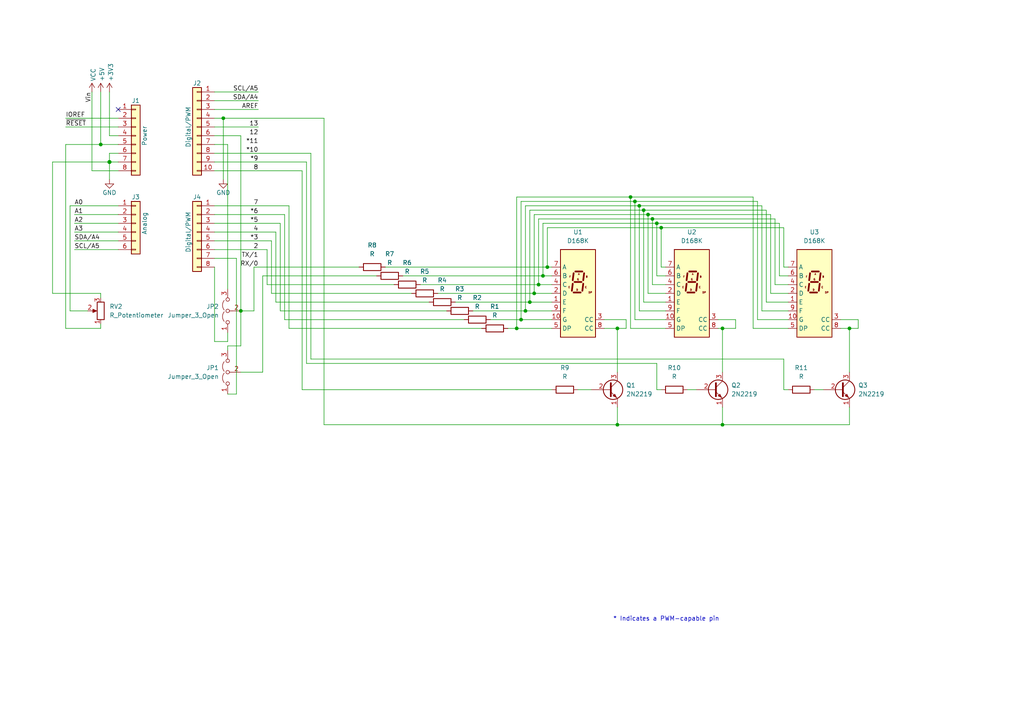
<source format=kicad_sch>
(kicad_sch (version 20231120) (generator "eeschema") (generator_version "8.0")
  (paper "A4")
  (title_block (date "mar. 31 mars 2015"))
  (lib_symbols
    (symbol "Connector_Generic:Conn_01x06" (pin_names (offset 1.016) hide)
      (property "Reference" "J" (at 0 7.62 0))
      (property "Value" "Conn_01x06" (at 0 -10.16 0))
      (symbol "Conn_01x06_1_1"
        (rectangle (start -1.27 -7.493) (end 0 -7.747) (stroke (width 0.1524)))
        (rectangle (start -1.27 -4.953) (end 0 -5.207) (stroke (width 0.1524)))
        (rectangle (start -1.27 -2.413) (end 0 -2.667) (stroke (width 0.1524)))
        (rectangle (start -1.27 0.127) (end 0 -0.127) (stroke (width 0.1524)))
        (rectangle (start -1.27 2.667) (end 0 2.413) (stroke (width 0.1524)))
        (rectangle (start -1.27 5.207) (end 0 4.953) (stroke (width 0.1524)))
        (rectangle (start -1.27 6.35) (end 1.27 -8.89) (stroke (width 0.254)) (fill (type background)))
        (pin passive line (at -5.08 5.08 0) (length 3.81) (name "Pin_1") (number "1"))
        (pin passive line (at -5.08 2.54 0) (length 3.81) (name "Pin_2") (number "2"))
        (pin passive line (at -5.08 0 0) (length 3.81) (name "Pin_3") (number "3"))
        (pin passive line (at -5.08 -2.54 0) (length 3.81) (name "Pin_4") (number "4"))
        (pin passive line (at -5.08 -5.08 0) (length 3.81) (name "Pin_5") (number "5"))
        (pin passive line (at -5.08 -7.62 0) (length 3.81) (name "Pin_6") (number "6"))
      )
    )
    (symbol "Connector_Generic:Conn_01x08" (pin_names (offset 1.016) hide)
      (property "Reference" "J" (at 0 10.16 0))
      (property "Value" "Conn_01x08" (at 0 -12.7 0))
      (symbol "Conn_01x08_1_1"
        (rectangle (start -1.27 -10.033) (end 0 -10.287) (stroke (width 0.1524)))
        (rectangle (start -1.27 -7.493) (end 0 -7.747) (stroke (width 0.1524)))
        (rectangle (start -1.27 -4.953) (end 0 -5.207) (stroke (width 0.1524)))
        (rectangle (start -1.27 -2.413) (end 0 -2.667) (stroke (width 0.1524)))
        (rectangle (start -1.27 0.127) (end 0 -0.127) (stroke (width 0.1524)))
        (rectangle (start -1.27 2.667) (end 0 2.413) (stroke (width 0.1524)))
        (rectangle (start -1.27 5.207) (end 0 4.953) (stroke (width 0.1524)))
        (rectangle (start -1.27 7.747) (end 0 7.493) (stroke (width 0.1524)))
        (rectangle (start -1.27 8.89) (end 1.27 -11.43) (stroke (width 0.254)) (fill (type background)))
        (pin passive line (at -5.08 7.62 0) (length 3.81) (name "Pin_1") (number "1"))
        (pin passive line (at -5.08 5.08 0) (length 3.81) (name "Pin_2") (number "2"))
        (pin passive line (at -5.08 2.54 0) (length 3.81) (name "Pin_3") (number "3"))
        (pin passive line (at -5.08 0 0) (length 3.81) (name "Pin_4") (number "4"))
        (pin passive line (at -5.08 -2.54 0) (length 3.81) (name "Pin_5") (number "5"))
        (pin passive line (at -5.08 -5.08 0) (length 3.81) (name "Pin_6") (number "6"))
        (pin passive line (at -5.08 -7.62 0) (length 3.81) (name "Pin_7") (number "7"))
        (pin passive line (at -5.08 -10.16 0) (length 3.81) (name "Pin_8") (number "8"))
      )
    )
    (symbol "Connector_Generic:Conn_01x10" (pin_names (offset 1.016) hide)
      (property "Reference" "J" (at 0 12.7 0))
      (property "Value" "Conn_01x10" (at 0 -15.24 0))
      (symbol "Conn_01x10_1_1"
        (rectangle (start -1.27 -12.573) (end 0 -12.827) (stroke (width 0.1524)))
        (rectangle (start -1.27 -10.033) (end 0 -10.287) (stroke (width 0.1524)))
        (rectangle (start -1.27 -7.493) (end 0 -7.747) (stroke (width 0.1524)))
        (rectangle (start -1.27 -4.953) (end 0 -5.207) (stroke (width 0.1524)))
        (rectangle (start -1.27 -2.413) (end 0 -2.667) (stroke (width 0.1524)))
        (rectangle (start -1.27 0.127) (end 0 -0.127) (stroke (width 0.1524)))
        (rectangle (start -1.27 2.667) (end 0 2.413) (stroke (width 0.1524)))
        (rectangle (start -1.27 5.207) (end 0 4.953) (stroke (width 0.1524)))
        (rectangle (start -1.27 7.747) (end 0 7.493) (stroke (width 0.1524)))
        (rectangle (start -1.27 10.287) (end 0 10.033) (stroke (width 0.1524)))
        (rectangle (start -1.27 11.43) (end 1.27 -13.97) (stroke (width 0.254)) (fill (type background)))
        (pin passive line (at -5.08 10.16 0) (length 3.81) (name "Pin_1") (number "1"))
        (pin passive line (at -5.08 -12.7 0) (length 3.81) (name "Pin_10") (number "10"))
        (pin passive line (at -5.08 7.62 0) (length 3.81) (name "Pin_2") (number "2"))
        (pin passive line (at -5.08 5.08 0) (length 3.81) (name "Pin_3") (number "3"))
        (pin passive line (at -5.08 2.54 0) (length 3.81) (name "Pin_4") (number "4"))
        (pin passive line (at -5.08 0 0) (length 3.81) (name "Pin_5") (number "5"))
        (pin passive line (at -5.08 -2.54 0) (length 3.81) (name "Pin_6") (number "6"))
        (pin passive line (at -5.08 -5.08 0) (length 3.81) (name "Pin_7") (number "7"))
        (pin passive line (at -5.08 -7.62 0) (length 3.81) (name "Pin_8") (number "8"))
        (pin passive line (at -5.08 -10.16 0) (length 3.81) (name "Pin_9") (number "9"))
      )
    )
    (symbol "Device:R" (pin_numbers hide) (pin_names (offset 0))
      (property "Reference" "R" (at 2.032 0 90))
      (property "Value" "R" (at 0 0 90))
      (symbol "R_0_1"
        (rectangle (start -1.016 -2.54) (end 1.016 2.54) (stroke (width 0.254)))
      )
      (symbol "R_1_1"
        (pin passive line (at 0 3.81 270) (length 1.27) (name "~") (number "1"))
        (pin passive line (at 0 -3.81 90) (length 1.27) (name "~") (number "2"))
      )
    )
    (symbol "Device:R_Potentiometer" (pin_names (offset 1.016) hide)
      (property "Reference" "RV" (at -4.445 0 90))
      (property "Value" "R_Potentiometer" (at -2.54 0 90))
      (symbol "R_Potentiometer_0_1"
        (polyline (pts (xy 2.54 0) (xy 1.524 0)))
        (polyline (pts (xy 1.143 0) (xy 2.286 0.508) (xy 2.286 -0.508) (xy 1.143 0)) (fill (type outline)))
        (rectangle (start 1.016 2.54) (end -1.016 -2.54) (stroke (width 0.254)))
      )
      (symbol "R_Potentiometer_1_1"
        (pin passive line (at 0 3.81 270) (length 1.27) (name "1") (number "1"))
        (pin passive line (at 3.81 0 180) (length 1.27) (name "2") (number "2"))
        (pin passive line (at 0 -3.81 90) (length 1.27) (name "3") (number "3"))
      )
    )
    (symbol "Display_Character:D168K"
      (property "Reference" "U" (at -2.54 13.97 0))
      (property "Value" "D168K" (at 1.27 13.97 0))
      (symbol "D168K_0_0"
        (text "A" (at 0.254 5.588 0) (effects (font (size 0.508 0.508))))
        (text "B" (at 2.54 4.826 0) (effects (font (size 0.508 0.508))))
        (text "C" (at 2.286 1.778 0) (effects (font (size 0.508 0.508))))
        (text "D" (at -0.254 1.016 0) (effects (font (size 0.508 0.508))))
        (text "DP" (at 3.556 0.254 0) (effects (font (size 0.508 0.508))))
        (text "E" (at -2.54 1.778 0) (effects (font (size 0.508 0.508))))
        (text "F" (at -2.286 4.826 0) (effects (font (size 0.508 0.508))))
        (text "G" (at 0 4.064 0) (effects (font (size 0.508 0.508))))
      )
      (symbol "D168K_0_1"
        (rectangle (start -5.08 12.7) (end 5.08 -12.7) (stroke (width 0.254)) (fill (type background)))
        (polyline (pts (xy -1.524 2.794) (xy -1.778 0.762)) (stroke (width 0.508)))
        (polyline (pts (xy -1.27 0.254) (xy 0.762 0.254)) (stroke (width 0.508)))
        (polyline (pts (xy -1.27 5.842) (xy -1.524 3.81)) (stroke (width 0.508)))
        (polyline (pts (xy -1.016 3.302) (xy 1.016 3.302)) (stroke (width 0.508)))
        (polyline (pts (xy -0.762 6.35) (xy 1.27 6.35)) (stroke (width 0.508)))
        (polyline (pts (xy 1.524 2.794) (xy 1.27 0.762)) (stroke (width 0.508)))
        (polyline (pts (xy 1.778 5.842) (xy 1.524 3.81)) (stroke (width 0.508)))
        (polyline (pts (xy 2.54 0.254) (xy 2.54 0.254)) (stroke (width 0.508)))
      )
      (symbol "D168K_1_1"
        (pin input line (at -7.62 -2.54 0) (length 2.54) (name "E") (number "1"))
        (pin input line (at -7.62 -7.62 0) (length 2.54) (name "G") (number "10"))
        (pin input line (at -7.62 0 0) (length 2.54) (name "D") (number "2"))
        (pin input line (at 7.62 -7.62 180) (length 2.54) (name "CC") (number "3"))
        (pin input line (at -7.62 2.54 0) (length 2.54) (name "C") (number "4"))
        (pin input line (at -7.62 -10.16 0) (length 2.54) (name "DP") (number "5"))
        (pin input line (at -7.62 5.08 0) (length 2.54) (name "B") (number "6"))
        (pin input line (at -7.62 7.62 0) (length 2.54) (name "A") (number "7"))
        (pin input line (at 7.62 -10.16 180) (length 2.54) (name "CC") (number "8"))
        (pin input line (at -7.62 -5.08 0) (length 2.54) (name "F") (number "9"))
      )
    )
    (symbol "Jumper:Jumper_3_Open" (pin_names (offset 0) hide) (exclude_from_sim yes) (in_bom no)
      (property "Reference" "JP" (at -2.54 -2.54 0))
      (property "Value" "Jumper_3_Open" (at 0 2.794 0))
      (symbol "Jumper_3_Open_0_0"
        (circle (center -3.302 0) (radius 0.508))
        (circle (center 0 0) (radius 0.508))
        (circle (center 3.302 0) (radius 0.508))
      )
      (symbol "Jumper_3_Open_0_1"
        (arc (start -0.254 1.016) (mid -1.651 1.4992) (end -3.048 1.016))
        (polyline (pts (xy 0 -0.508) (xy 0 -1.27)))
        (arc (start 3.048 1.016) (mid 1.651 1.4992) (end 0.254 1.016))
      )
      (symbol "Jumper_3_Open_1_1"
        (pin passive line (at -6.35 0 0) (length 2.54) (name "A") (number "1"))
        (pin passive line (at 0 -3.81 90) (length 2.54) (name "C") (number "2"))
        (pin passive line (at 6.35 0 180) (length 2.54) (name "B") (number "3"))
      )
    )
    (symbol "Transistor_BJT:2N2219" (pin_names (offset 0) hide)
      (property "Reference" "Q" (at 5.08 1.905 0))
      (property "Value" "2N2219" (at 5.08 0 0))
      (symbol "2N2219_0_1"
        (polyline (pts (xy 0.635 0.635) (xy 2.54 2.54)))
        (polyline (pts (xy 0.635 -0.635) (xy 2.54 -2.54) (xy 2.54 -2.54)))
        (polyline (pts (xy 0.635 1.905) (xy 0.635 -1.905) (xy 0.635 -1.905)) (stroke (width 0.508)))
        (polyline (pts (xy 1.27 -1.778) (xy 1.778 -1.27) (xy 2.286 -2.286) (xy 1.27 -1.778) (xy 1.27 -1.778)) (fill (type outline)))
        (circle (center 1.27 0) (radius 2.8194) (stroke (width 0.254)))
      )
      (symbol "2N2219_1_1"
        (pin passive line (at 2.54 -5.08 90) (length 2.54) (name "E") (number "1"))
        (pin passive line (at -5.08 0 0) (length 5.715) (name "B") (number "2"))
        (pin passive line (at 2.54 5.08 270) (length 2.54) (name "C") (number "3"))
      )
    )
    (symbol "power:+3V3" (power) (pin_names (offset 0))
      (property "Value" "+3V3" (at 0 3.556 0))
      (symbol "+3V3_0_1"
        (polyline (pts (xy -0.762 1.27) (xy 0 2.54)))
        (polyline (pts (xy 0 0) (xy 0 2.54)))
        (polyline (pts (xy 0 2.54) (xy 0.762 1.27)))
      )
      (symbol "+3V3_1_1"
        (pin power_in line (at 0 0 90) (length 0) hide (name "+3V3") (number "1"))
      )
    )
    (symbol "power:+5V" (power) (pin_names (offset 0))
      (property "Value" "+5V" (at 0 3.556 0))
      (symbol "+5V_0_1"
        (polyline (pts (xy -0.762 1.27) (xy 0 2.54)))
        (polyline (pts (xy 0 0) (xy 0 2.54)))
        (polyline (pts (xy 0 2.54) (xy 0.762 1.27)))
      )
      (symbol "+5V_1_1"
        (pin power_in line (at 0 0 90) (length 0) hide (name "+5V") (number "1"))
      )
    )
    (symbol "power:GND" (power) (pin_names (offset 0))
      (property "Value" "GND" (at 0 -3.81 0))
      (symbol "GND_0_1"
        (polyline (pts (xy 0 0) (xy 0 -1.27) (xy 1.27 -1.27) (xy 0 -2.54) (xy -1.27 -1.27) (xy 0 -1.27)))
      )
      (symbol "GND_1_1"
        (pin power_in line (at 0 0 270) (length 0) hide (name "GND") (number "1"))
      )
    )
    (symbol "power:VCC" (power) (pin_names (offset 0))
      (property "Value" "VCC" (at 0 3.81 0))
      (symbol "VCC_0_1"
        (polyline (pts (xy -0.762 1.27) (xy 0 2.54)))
        (polyline (pts (xy 0 0) (xy 0 2.54)))
        (polyline (pts (xy 0 2.54) (xy 0.762 1.27)))
      )
      (symbol "VCC_1_1"
        (pin power_in line (at 0 0 90) (length 0) hide (name "VCC") (number "1"))
      )
    )
  )
  (junction (at 64.77 34.29))
  (junction (at 209.55 95.25))
  (junction (at 31.75 46.99) (diameter 1.016))
  (junction (at 151.13 92.71))
  (junction (at 149.86 95.25))
  (junction (at 29.21 41.91))
  (junction (at 189.23 63.5))
  (junction (at 209.55 123.19))
  (junction (at 152.4 90.17))
  (junction (at 186.69 60.96))
  (junction (at 185.42 59.69))
  (junction (at 190.5 64.77))
  (junction (at 184.15 58.42))
  (junction (at 157.48 80.01))
  (junction (at 153.67 87.63))
  (junction (at 179.07 123.19))
  (junction (at 187.96 62.23))
  (junction (at 182.88 57.15))
  (junction (at 154.94 85.09))
  (junction (at 179.07 95.25))
  (junction (at 191.77 66.04))
  (junction (at 158.75 77.47))
  (junction (at 69.85 90.17))
  (junction (at 246.38 95.25))
  (junction (at 156.21 82.55))
  (no_connect (at 34.29 31.75))
  (wire (pts (xy 73.66 90.17) (xy 73.66 77.47)))
  (wire (pts (xy 156.21 82.55) (xy 156.21 63.5)))
  (wire (pts (xy 208.28 92.71) (xy 213.36 92.71)))
  (wire (pts (xy 134.62 92.71) (xy 82.55 92.71)))
  (wire (pts (xy 62.23 44.45) (xy 90.17 44.45)))
  (wire (pts (xy 224.79 82.55) (xy 228.6 82.55)))
  (wire (pts (xy 62.23 26.67) (xy 74.93 26.67)))
  (wire (pts (xy 227.33 77.47) (xy 228.6 77.47)))
  (wire (pts (xy 193.04 77.47) (xy 191.77 77.47)))
  (wire (pts (xy 167.64 113.03) (xy 171.45 113.03)))
  (wire (pts (xy 31.75 44.45) (xy 31.75 46.99)))
  (wire (pts (xy 93.98 123.19) (xy 179.07 123.19)))
  (wire (pts (xy 160.02 113.03) (xy 87.63 113.03)))
  (wire (pts (xy 236.22 113.03) (xy 238.76 113.03)))
  (wire (pts (xy 82.55 92.71) (xy 82.55 62.23)))
  (wire (pts (xy 193.04 82.55) (xy 189.23 82.55)))
  (wire (pts (xy 226.06 64.77) (xy 226.06 80.01)))
  (wire (pts (xy 21.59 72.39) (xy 34.29 72.39)))
  (wire (pts (xy 78.74 85.09) (xy 78.74 69.85)))
  (wire (pts (xy 213.36 95.25) (xy 209.55 95.25)))
  (wire (pts (xy 111.76 77.47) (xy 158.75 77.47)))
  (wire (pts (xy 80.01 87.63) (xy 80.01 67.31)))
  (wire (pts (xy 191.77 77.47) (xy 191.77 66.04)))
  (wire (pts (xy 223.52 62.23) (xy 223.52 85.09)))
  (wire (pts (xy 209.55 118.11) (xy 209.55 123.19)))
  (wire (pts (xy 186.69 87.63) (xy 186.69 60.96)))
  (wire (pts (xy 73.66 77.47) (xy 104.14 77.47)))
  (wire (pts (xy 151.13 58.42) (xy 151.13 92.71)))
  (wire (pts (xy 199.39 113.03) (xy 201.93 113.03)))
  (wire (pts (xy 31.75 46.99) (xy 31.75 52.07)))
  (wire (pts (xy 187.96 62.23) (xy 223.52 62.23)))
  (wire (pts (xy 31.75 39.37) (xy 34.29 39.37)))
  (wire (pts (xy 19.05 95.25) (xy 29.21 95.25)))
  (wire (pts (xy 190.5 64.77) (xy 226.06 64.77)))
  (wire (pts (xy 29.21 41.91) (xy 34.29 41.91)))
  (wire (pts (xy 29.21 26.67) (xy 29.21 41.91)))
  (wire (pts (xy 193.04 92.71) (xy 184.15 92.71)))
  (wire (pts (xy 222.25 87.63) (xy 228.6 87.63)))
  (wire (pts (xy 193.04 95.25) (xy 182.88 95.25)))
  (wire (pts (xy 66.04 41.91) (xy 66.04 83.82)))
  (wire (pts (xy 243.84 92.71) (xy 248.92 92.71)))
  (wire (pts (xy 137.16 90.17) (xy 152.4 90.17)))
  (wire (pts (xy 62.23 36.83) (xy 74.93 36.83)))
  (wire (pts (xy 121.92 82.55) (xy 156.21 82.55)))
  (wire (pts (xy 226.06 80.01) (xy 228.6 80.01)))
  (wire (pts (xy 31.75 26.67) (xy 31.75 39.37)))
  (wire (pts (xy 62.23 59.69) (xy 83.82 59.69)))
  (wire (pts (xy 224.79 63.5) (xy 224.79 82.55)))
  (wire (pts (xy 182.88 57.15) (xy 218.44 57.15)))
  (wire (pts (xy 20.32 59.69) (xy 34.29 59.69)))
  (wire (pts (xy 191.77 66.04) (xy 227.33 66.04)))
  (wire (pts (xy 62.23 39.37) (xy 69.85 39.37)))
  (wire (pts (xy 151.13 58.42) (xy 184.15 58.42)))
  (wire (pts (xy 15.24 85.09) (xy 29.21 85.09)))
  (wire (pts (xy 93.98 34.29) (xy 93.98 123.19)))
  (wire (pts (xy 62.23 62.23) (xy 82.55 62.23)))
  (wire (pts (xy 190.5 113.03) (xy 190.5 105.41)))
  (wire (pts (xy 193.04 85.09) (xy 187.96 85.09)))
  (wire (pts (xy 218.44 57.15) (xy 218.44 95.25)))
  (wire (pts (xy 76.2 107.95) (xy 76.2 80.01)))
  (wire (pts (xy 160.02 95.25) (xy 149.86 95.25)))
  (wire (pts (xy 219.71 92.71) (xy 228.6 92.71)))
  (wire (pts (xy 186.69 60.96) (xy 222.25 60.96)))
  (wire (pts (xy 227.33 66.04) (xy 227.33 77.47)))
  (wire (pts (xy 15.24 46.99) (xy 15.24 85.09)))
  (wire (pts (xy 190.5 64.77) (xy 190.5 80.01)))
  (wire (pts (xy 193.04 90.17) (xy 185.42 90.17)))
  (wire (pts (xy 154.94 62.23) (xy 187.96 62.23)))
  (wire (pts (xy 66.04 114.3) (xy 68.58 114.3)))
  (wire (pts (xy 116.84 80.01) (xy 157.48 80.01)))
  (wire (pts (xy 81.28 90.17) (xy 81.28 64.77)))
  (wire (pts (xy 62.23 46.99) (xy 88.9 46.99)))
  (wire (pts (xy 124.46 87.63) (xy 80.01 87.63)))
  (wire (pts (xy 19.05 41.91) (xy 29.21 41.91)))
  (wire (pts (xy 20.32 59.69) (xy 20.32 90.17)))
  (wire (pts (xy 62.23 67.31) (xy 80.01 67.31)))
  (wire (pts (xy 69.85 90.17) (xy 69.85 39.37)))
  (wire (pts (xy 179.07 123.19) (xy 209.55 123.19)))
  (wire (pts (xy 160.02 87.63) (xy 153.67 87.63)))
  (wire (pts (xy 184.15 92.71) (xy 184.15 58.42)))
  (wire (pts (xy 220.98 59.69) (xy 220.98 90.17)))
  (wire (pts (xy 127 85.09) (xy 154.94 85.09)))
  (wire (pts (xy 160.02 85.09) (xy 154.94 85.09)))
  (wire (pts (xy 19.05 34.29) (xy 34.29 34.29)))
  (wire (pts (xy 179.07 95.25) (xy 181.61 95.25)))
  (wire (pts (xy 187.96 85.09) (xy 187.96 62.23)))
  (wire (pts (xy 64.77 34.29) (xy 93.98 34.29)))
  (wire (pts (xy 193.04 80.01) (xy 190.5 80.01)))
  (wire (pts (xy 19.05 95.25) (xy 19.05 41.91)))
  (wire (pts (xy 175.26 95.25) (xy 179.07 95.25)))
  (wire (pts (xy 179.07 95.25) (xy 179.07 107.95)))
  (wire (pts (xy 66.04 101.6) (xy 66.04 100.33)))
  (wire (pts (xy 222.25 60.96) (xy 222.25 87.63)))
  (wire (pts (xy 147.32 95.25) (xy 149.86 95.25)))
  (wire (pts (xy 246.38 95.25) (xy 246.38 107.95)))
  (wire (pts (xy 153.67 60.96) (xy 186.69 60.96)))
  (wire (pts (xy 68.58 114.3) (xy 68.58 74.93)))
  (wire (pts (xy 248.92 92.71) (xy 248.92 95.25)))
  (wire (pts (xy 64.77 34.29) (xy 64.77 52.07)))
  (wire (pts (xy 62.23 31.75) (xy 74.93 31.75)))
  (wire (pts (xy 69.85 100.33) (xy 69.85 90.17)))
  (wire (pts (xy 185.42 59.69) (xy 220.98 59.69)))
  (wire (pts (xy 185.42 90.17) (xy 185.42 59.69)))
  (wire (pts (xy 182.88 95.25) (xy 182.88 57.15)))
  (wire (pts (xy 160.02 77.47) (xy 158.75 77.47)))
  (wire (pts (xy 34.29 64.77) (xy 21.59 64.77)))
  (wire (pts (xy 19.05 36.83) (xy 34.29 36.83)))
  (wire (pts (xy 142.24 92.71) (xy 151.13 92.71)))
  (wire (pts (xy 184.15 58.42) (xy 219.71 58.42)))
  (wire (pts (xy 77.47 82.55) (xy 77.47 72.39)))
  (wire (pts (xy 157.48 64.77) (xy 190.5 64.77)))
  (wire (pts (xy 158.75 66.04) (xy 191.77 66.04)))
  (wire (pts (xy 34.29 46.99) (xy 31.75 46.99)))
  (wire (pts (xy 209.55 123.19) (xy 246.38 123.19)))
  (wire (pts (xy 156.21 63.5) (xy 189.23 63.5)))
  (wire (pts (xy 129.54 90.17) (xy 81.28 90.17)))
  (wire (pts (xy 158.75 77.47) (xy 158.75 66.04)))
  (wire (pts (xy 209.55 95.25) (xy 209.55 107.95)))
  (wire (pts (xy 132.08 87.63) (xy 153.67 87.63)))
  (wire (pts (xy 219.71 58.42) (xy 219.71 92.71)))
  (wire (pts (xy 66.04 99.06) (xy 66.04 96.52)))
  (wire (pts (xy 34.29 49.53) (xy 26.67 49.53)))
  (wire (pts (xy 87.63 113.03) (xy 87.63 49.53)))
  (wire (pts (xy 149.86 95.25) (xy 149.86 57.15)))
  (wire (pts (xy 69.85 90.17) (xy 73.66 90.17)))
  (wire (pts (xy 21.59 62.23) (xy 34.29 62.23)))
  (wire (pts (xy 153.67 87.63) (xy 153.67 60.96)))
  (wire (pts (xy 62.23 77.47) (xy 62.23 99.06)))
  (wire (pts (xy 160.02 92.71) (xy 151.13 92.71)))
  (wire (pts (xy 191.77 113.03) (xy 190.5 113.03)))
  (wire (pts (xy 246.38 95.25) (xy 243.84 95.25)))
  (wire (pts (xy 114.3 82.55) (xy 77.47 82.55)))
  (wire (pts (xy 69.85 107.95) (xy 76.2 107.95)))
  (wire (pts (xy 152.4 90.17) (xy 152.4 59.69)))
  (wire (pts (xy 248.92 95.25) (xy 246.38 95.25)))
  (wire (pts (xy 189.23 63.5) (xy 224.79 63.5)))
  (wire (pts (xy 31.75 46.99) (xy 15.24 46.99)))
  (wire (pts (xy 66.04 100.33) (xy 69.85 100.33)))
  (wire (pts (xy 62.23 34.29) (xy 64.77 34.29)))
  (wire (pts (xy 29.21 85.09) (xy 29.21 86.36)))
  (wire (pts (xy 34.29 44.45) (xy 31.75 44.45)))
  (wire (pts (xy 160.02 82.55) (xy 156.21 82.55)))
  (wire (pts (xy 62.23 41.91) (xy 66.04 41.91)))
  (wire (pts (xy 149.86 57.15) (xy 182.88 57.15)))
  (wire (pts (xy 246.38 123.19) (xy 246.38 118.11)))
  (wire (pts (xy 223.52 85.09) (xy 228.6 85.09)))
  (wire (pts (xy 62.23 64.77) (xy 81.28 64.77)))
  (wire (pts (xy 21.59 67.31) (xy 34.29 67.31)))
  (wire (pts (xy 62.23 99.06) (xy 66.04 99.06)))
  (wire (pts (xy 220.98 90.17) (xy 228.6 90.17)))
  (wire (pts (xy 179.07 118.11) (xy 179.07 123.19)))
  (wire (pts (xy 193.04 87.63) (xy 186.69 87.63)))
  (wire (pts (xy 88.9 105.41) (xy 88.9 46.99)))
  (wire (pts (xy 190.5 105.41) (xy 88.9 105.41)))
  (wire (pts (xy 181.61 92.71) (xy 175.26 92.71)))
  (wire (pts (xy 119.38 85.09) (xy 78.74 85.09)))
  (wire (pts (xy 209.55 95.25) (xy 208.28 95.25)))
  (wire (pts (xy 83.82 95.25) (xy 83.82 59.69)))
  (wire (pts (xy 157.48 80.01) (xy 157.48 64.77)))
  (wire (pts (xy 139.7 95.25) (xy 83.82 95.25)))
  (wire (pts (xy 29.21 95.25) (xy 29.21 93.98)))
  (wire (pts (xy 90.17 104.14) (xy 227.33 104.14)))
  (wire (pts (xy 160.02 80.01) (xy 157.48 80.01)))
  (wire (pts (xy 62.23 29.21) (xy 74.93 29.21)))
  (wire (pts (xy 213.36 92.71) (xy 213.36 95.25)))
  (wire (pts (xy 62.23 72.39) (xy 77.47 72.39)))
  (wire (pts (xy 76.2 80.01) (xy 109.22 80.01)))
  (wire (pts (xy 62.23 69.85) (xy 78.74 69.85)))
  (wire (pts (xy 189.23 63.5) (xy 189.23 82.55)))
  (wire (pts (xy 181.61 95.25) (xy 181.61 92.71)))
  (wire (pts (xy 20.32 90.17) (xy 25.4 90.17)))
  (wire (pts (xy 160.02 90.17) (xy 152.4 90.17)))
  (wire (pts (xy 62.23 74.93) (xy 68.58 74.93)))
  (wire (pts (xy 26.67 49.53) (xy 26.67 26.67)))
  (wire (pts (xy 228.6 113.03) (xy 227.33 113.03)))
  (wire (pts (xy 90.17 104.14) (xy 90.17 44.45)))
  (wire (pts (xy 34.29 69.85) (xy 21.59 69.85)))
  (wire (pts (xy 154.94 62.23) (xy 154.94 85.09)))
  (wire (pts (xy 152.4 59.69) (xy 185.42 59.69)))
  (wire (pts (xy 218.44 95.25) (xy 228.6 95.25)))
  (wire (pts (xy 62.23 49.53) (xy 87.63 49.53)))
  (wire (pts (xy 227.33 113.03) (xy 227.33 104.14)))
  (text "* Indicates a PWM-capable pin" (at 177.8 180.34 0) (effects (font (size 1.27 1.27)) (justify left bottom)))
  (label "RX{slash}0" (at 74.93 77.47 180))
  (label "A2" (at 21.59 64.77 0))
  (label "4" (at 74.93 67.31 180))
  (label "2" (at 74.93 72.39 180))
  (label "A3" (at 21.59 67.31 0))
  (label "13" (at 74.93 36.83 180))
  (label "12" (at 74.93 39.37 180))
  (label "~{RESET}" (at 19.05 36.83 0))
  (label "*10" (at 74.93 44.45 180))
  (label "7" (at 74.93 59.69 180))
  (label "SDA{slash}A4" (at 74.93 29.21 180))
  (label "8" (at 74.93 49.53 180))
  (label "*11" (at 74.93 41.91 180))
  (label "*3" (at 74.93 69.85 180))
  (label "A1" (at 21.59 62.23 0))
  (label "TX{slash}1" (at 74.93 74.93 180))
  (label "A0" (at 21.59 59.69 0))
  (label "AREF" (at 74.93 31.75 180))
  (label "Vin" (at 26.67 26.67 270))
  (label "*6" (at 74.93 62.23 180))
  (label "SCL{slash}A5" (at 74.93 26.67 180))
  (label "*9" (at 74.93 46.99 180))
  (label "*5" (at 74.93 64.77 180))
  (label "IOREF" (at 19.05 34.29 0))
  (label "SDA{slash}A4" (at 21.59 69.85 0))
  (label "SCL{slash}A5" (at 21.59 72.39 0))
  (symbol (lib_id "Connector_Generic:Conn_01x08") (at 39.37 39.37 0) (unit 1)
    (property "Reference" "J1" (at 39.37 29.21 0))
    (property "Value" "Power" (at 41.91 39.37 90))
    (property "Footprint" "Connector_PinSocket_2.54mm:PinSocket_1x08_P2.54mm_Vertical" (effects (hide yes)))
  )
  (symbol (lib_id "power:+3V3") (at 31.75 26.67 0) (unit 1)
    (property "Reference" "#PWR03" (effects (hide yes)))
    (property "Value" "+3V3" (at 32.131 23.622 90) (effects (justify left)))
  )
  (symbol (lib_id "power:+5V") (at 29.21 26.67 0) (unit 1)
    (property "Reference" "#PWR02" (effects (hide yes)))
    (property "Value" "+5V" (at 29.5656 23.622 90) (effects (justify left)))
  )
  (symbol (lib_id "power:GND") (at 31.75 52.07 0) (unit 1)
    (property "Reference" "#PWR04" (effects (hide yes)))
    (property "Value" "GND" (at 31.75 55.88 0))
  )
  (symbol (lib_id "Connector_Generic:Conn_01x10") (at 57.15 36.83 0) (mirror y) (unit 1)
    (property "Reference" "J2" (at 57.15 24.13 0))
    (property "Value" "Digital/PWM" (at 54.61 36.83 90))
    (property "Footprint" "Connector_PinSocket_2.54mm:PinSocket_1x10_P2.54mm_Vertical" (effects (hide yes)))
  )
  (symbol (lib_id "power:GND") (at 64.77 52.07 0) (unit 1)
    (property "Reference" "#PWR05" (effects (hide yes)))
    (property "Value" "GND" (at 64.77 55.88 0))
  )
  (symbol (lib_id "Connector_Generic:Conn_01x06") (at 39.37 64.77 0) (unit 1)
    (property "Reference" "J3" (at 39.37 57.15 0))
    (property "Value" "Analog" (at 41.91 64.77 90))
    (property "Footprint" "Connector_PinSocket_2.54mm:PinSocket_1x06_P2.54mm_Vertical" (effects (hide yes)))
  )
  (symbol (lib_id "Connector_Generic:Conn_01x08") (at 57.15 67.31 0) (mirror y) (unit 1)
    (property "Reference" "J4" (at 57.15 57.15 0))
    (property "Value" "Digital/PWM" (at 54.61 67.31 90))
    (property "Footprint" "Connector_PinSocket_2.54mm:PinSocket_1x08_P2.54mm_Vertical" (effects (hide yes)))
  )
  (symbol (lib_id "Device:R") (at 128.27 87.63 90) (unit 1)
    (property "Reference" "R4" (at 128.27 81.28 90))
    (property "Value" "R" (at 128.27 83.82 90))
    (property "Footprint" "Resistor_THT:R_Axial_DIN0207_L6.3mm_D2.5mm_P10.16mm_Horizontal" (effects (hide yes)))
    (property "Description" "Resistor" (effects (hide yes)))
  )
  (symbol (lib_id "Device:R") (at 163.83 113.03 90) (unit 1)
    (property "Reference" "R9" (at 163.83 106.68 90))
    (property "Value" "R" (at 163.83 109.22 90))
    (property "Footprint" "Resistor_THT:R_Axial_DIN0207_L6.3mm_D2.5mm_P10.16mm_Horizontal" (effects (hide yes)))
    (property "Description" "Resistor" (effects (hide yes)))
  )
  (symbol (lib_id "Device:R") (at 133.35 90.17 90) (unit 1)
    (property "Reference" "R3" (at 133.35 83.82 90))
    (property "Value" "R" (at 133.35 86.36 90))
    (property "Footprint" "Resistor_THT:R_Axial_DIN0207_L6.3mm_D2.5mm_P10.16mm_Horizontal" (effects (hide yes)))
    (property "Description" "Resistor" (effects (hide yes)))
  )
  (symbol (lib_id "Device:R") (at 195.58 113.03 90) (unit 1)
    (property "Reference" "R10" (at 195.58 106.68 90))
    (property "Value" "R" (at 195.58 109.22 90))
    (property "Footprint" "Resistor_THT:R_Axial_DIN0207_L6.3mm_D2.5mm_P10.16mm_Horizontal" (effects (hide yes)))
    (property "Description" "Resistor" (effects (hide yes)))
  )
  (symbol (lib_id "Display_Character:D168K") (at 167.64 85.09 0) (unit 1)
    (property "Reference" "U1" (at 167.64 67.31 0))
    (property "Value" "D168K" (at 167.64 69.85 0))
    (property "Footprint" "Display_7Segment:D1X8K" (effects (hide yes)))
    (property "Datasheet" "https://ia800903.us.archive.org/24/items/CTKD1x8K/Cromatek%20D168K.pdf" (effects (hide yes)))
    (property "Description" "One digit 7 segment ultra bright red LED, low current, common cathode" (effects (hide yes)))
  )
  (symbol (lib_id "Device:R") (at 113.03 80.01 90) (unit 1)
    (property "Reference" "R7" (at 113.03 73.66 90))
    (property "Value" "R" (at 113.03 76.2 90))
    (property "Footprint" "Resistor_THT:R_Axial_DIN0207_L6.3mm_D2.5mm_P10.16mm_Horizontal" (effects (hide yes)))
    (property "Description" "Resistor" (effects (hide yes)))
  )
  (symbol (lib_id "Device:R") (at 107.95 77.47 90) (unit 1)
    (property "Reference" "R8" (at 107.95 71.12 90))
    (property "Value" "R" (at 107.95 73.66 90))
    (property "Footprint" "Resistor_THT:R_Axial_DIN0207_L6.3mm_D2.5mm_P10.16mm_Horizontal" (effects (hide yes)))
    (property "Description" "Resistor" (effects (hide yes)))
  )
  (symbol (lib_id "power:VCC") (at 26.67 26.67 0) (unit 1)
    (property "Reference" "#PWR01" (effects (hide yes)))
    (property "Value" "VCC" (at 27.051 23.622 90) (effects (justify left)))
  )
  (symbol (lib_id "Transistor_BJT:2N2219") (at 207.01 113.03 0) (unit 1)
    (property "Reference" "Q2" (at 212.09 111.7599 0) (effects (justify left)))
    (property "Value" "2N2219" (at 212.09 114.2999 0) (effects (justify left)))
    (property "Footprint" "Package_TO_SOT_THT:TO-39-3" (effects (hide yes)))
    (property "Datasheet" "http://www.onsemi.com/pub_link/Collateral/2N2219-D.PDF" (effects (hide yes)))
    (property "Description" "800mA Ic, 50V Vce, NPN Transistor, TO-39" (effects (hide yes)))
  )
  (symbol (lib_id "Transistor_BJT:2N2219") (at 176.53 113.03 0) (unit 1)
    (property "Reference" "Q1" (at 181.61 111.7599 0) (effects (justify left)))
    (property "Value" "2N2219" (at 181.61 114.2999 0) (effects (justify left)))
    (property "Footprint" "Package_TO_SOT_THT:TO-39-3" (effects (hide yes)))
    (property "Datasheet" "http://www.onsemi.com/pub_link/Collateral/2N2219-D.PDF" (effects (hide yes)))
    (property "Description" "800mA Ic, 50V Vce, NPN Transistor, TO-39" (effects (hide yes)))
  )
  (symbol (lib_id "Device:R") (at 118.11 82.55 90) (unit 1)
    (property "Reference" "R6" (at 118.11 76.2 90))
    (property "Value" "R" (at 118.11 78.74 90))
    (property "Footprint" "Resistor_THT:R_Axial_DIN0207_L6.3mm_D2.5mm_P10.16mm_Horizontal" (effects (hide yes)))
    (property "Description" "Resistor" (effects (hide yes)))
  )
  (symbol (lib_id "Device:R") (at 232.41 113.03 90) (unit 1)
    (property "Reference" "R11" (at 232.41 106.68 90))
    (property "Value" "R" (at 232.41 109.22 90))
    (property "Footprint" "Resistor_THT:R_Axial_DIN0207_L6.3mm_D2.5mm_P10.16mm_Horizontal" (effects (hide yes)))
    (property "Description" "Resistor" (effects (hide yes)))
  )
  (symbol (lib_id "Display_Character:D168K") (at 236.22 85.09 0) (unit 1)
    (property "Reference" "U3" (at 236.22 67.31 0))
    (property "Value" "D168K" (at 236.22 69.85 0))
    (property "Footprint" "Display_7Segment:D1X8K" (effects (hide yes)))
    (property "Datasheet" "https://ia800903.us.archive.org/24/items/CTKD1x8K/Cromatek%20D168K.pdf" (effects (hide yes)))
    (property "Description" "One digit 7 segment ultra bright red LED, low current, common cathode" (effects (hide yes)))
  )
  (symbol (lib_id "Device:R") (at 143.51 95.25 90) (unit 1)
    (property "Reference" "R1" (at 143.51 88.9 90))
    (property "Value" "R" (at 143.51 91.44 90))
    (property "Footprint" "Resistor_THT:R_Axial_DIN0207_L6.3mm_D2.5mm_P10.16mm_Horizontal" (effects (hide yes)))
    (property "Description" "Resistor" (effects (hide yes)))
  )
  (symbol (lib_id "Transistor_BJT:2N2219") (at 243.84 113.03 0) (unit 1)
    (property "Reference" "Q3" (at 248.92 111.7599 0) (effects (justify left)))
    (property "Value" "2N2219" (at 248.92 114.2999 0) (effects (justify left)))
    (property "Footprint" "Package_TO_SOT_THT:TO-39-3" (effects (hide yes)))
    (property "Datasheet" "http://www.onsemi.com/pub_link/Collateral/2N2219-D.PDF" (effects (hide yes)))
    (property "Description" "800mA Ic, 50V Vce, NPN Transistor, TO-39" (effects (hide yes)))
  )
  (symbol (lib_id "Device:R") (at 123.19 85.09 90) (unit 1)
    (property "Reference" "R5" (at 123.19 78.74 90))
    (property "Value" "R" (at 123.19 81.28 90))
    (property "Footprint" "Resistor_THT:R_Axial_DIN0207_L6.3mm_D2.5mm_P10.16mm_Horizontal" (effects (hide yes)))
    (property "Description" "Resistor" (effects (hide yes)))
  )
  (symbol (lib_id "Jumper:Jumper_3_Open") (at 66.04 90.17 90) (unit 1) (exclude_from_sim yes) (in_bom no)
    (property "Reference" "JP2" (at 63.5 88.8999 90) (effects (justify left)))
    (property "Value" "Jumper_3_Open" (at 63.5 91.4399 90) (effects (justify left)))
    (property "Description" "Jumper, 3-pole, both open" (effects (hide yes)))
  )
  (symbol (lib_id "Device:R_Potentiometer") (at 29.21 90.17 180) (unit 1)
    (property "Reference" "RV2" (at 31.75 88.8999 0) (effects (justify right)))
    (property "Value" "R_Potentiometer" (at 31.75 91.4399 0) (effects (justify right)))
    (property "Footprint" "Potentiometer_THT:Potentiometer_Alpha_RD901F-40-00D_Single_Vertical" (effects (hide yes)))
    (property "Description" "Potentiometer" (effects (hide yes)))
  )
  (symbol (lib_id "Device:R") (at 138.43 92.71 90) (unit 1)
    (property "Reference" "R2" (at 138.43 86.36 90))
    (property "Value" "R" (at 138.43 88.9 90))
    (property "Footprint" "Resistor_THT:R_Axial_DIN0207_L6.3mm_D2.5mm_P10.16mm_Horizontal" (effects (hide yes)))
    (property "Description" "Resistor" (effects (hide yes)))
  )
  (symbol (lib_id "Jumper:Jumper_3_Open") (at 66.04 107.95 90) (unit 1) (exclude_from_sim yes) (in_bom no)
    (property "Reference" "JP1" (at 63.5 106.6799 90) (effects (justify left)))
    (property "Value" "Jumper_3_Open" (at 63.5 109.2199 90) (effects (justify left)))
    (property "Description" "Jumper, 3-pole, both open" (effects (hide yes)))
  )
  (symbol (lib_id "Display_Character:D168K") (at 200.66 85.09 0) (unit 1)
    (property "Reference" "U2" (at 200.66 67.31 0))
    (property "Value" "D168K" (at 200.66 69.85 0))
    (property "Footprint" "Display_7Segment:D1X8K" (effects (hide yes)))
    (property "Datasheet" "https://ia800903.us.archive.org/24/items/CTKD1x8K/Cromatek%20D168K.pdf" (effects (hide yes)))
    (property "Description" "One digit 7 segment ultra bright red LED, low current, common cathode" (effects (hide yes)))
  )
)
</source>
